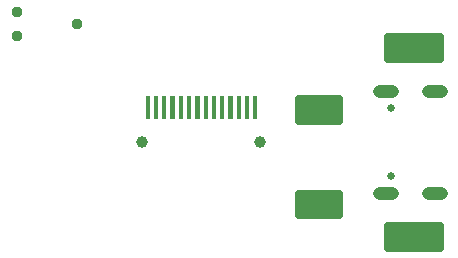
<source format=gbr>
G04 EAGLE Gerber RS-274X export*
G75*
%MOMM*%
%FSLAX34Y34*%
%LPD*%
%INSoldermask Bottom*%
%IPPOS*%
%AMOC8*
5,1,8,0,0,1.08239X$1,22.5*%
G01*
%ADD10C,0.070000*%
%ADD11C,1.000000*%
%ADD12C,0.950000*%
%ADD13C,1.108000*%
%ADD14C,0.650000*%
%ADD15C,0.500000*%
%ADD16C,0.508000*%


D10*
X-2100Y39650D02*
X-2100Y20350D01*
X-4900Y20350D01*
X-4900Y39650D01*
X-2100Y39650D01*
X-2100Y21015D02*
X-4900Y21015D01*
X-4900Y21680D02*
X-2100Y21680D01*
X-2100Y22345D02*
X-4900Y22345D01*
X-4900Y23010D02*
X-2100Y23010D01*
X-2100Y23675D02*
X-4900Y23675D01*
X-4900Y24340D02*
X-2100Y24340D01*
X-2100Y25005D02*
X-4900Y25005D01*
X-4900Y25670D02*
X-2100Y25670D01*
X-2100Y26335D02*
X-4900Y26335D01*
X-4900Y27000D02*
X-2100Y27000D01*
X-2100Y27665D02*
X-4900Y27665D01*
X-4900Y28330D02*
X-2100Y28330D01*
X-2100Y28995D02*
X-4900Y28995D01*
X-4900Y29660D02*
X-2100Y29660D01*
X-2100Y30325D02*
X-4900Y30325D01*
X-4900Y30990D02*
X-2100Y30990D01*
X-2100Y31655D02*
X-4900Y31655D01*
X-4900Y32320D02*
X-2100Y32320D01*
X-2100Y32985D02*
X-4900Y32985D01*
X-4900Y33650D02*
X-2100Y33650D01*
X-2100Y34315D02*
X-4900Y34315D01*
X-4900Y34980D02*
X-2100Y34980D01*
X-2100Y35645D02*
X-4900Y35645D01*
X-4900Y36310D02*
X-2100Y36310D01*
X-2100Y36975D02*
X-4900Y36975D01*
X-4900Y37640D02*
X-2100Y37640D01*
X-2100Y38305D02*
X-4900Y38305D01*
X-4900Y38970D02*
X-2100Y38970D01*
X-2100Y39635D02*
X-4900Y39635D01*
X4900Y39650D02*
X4900Y20350D01*
X2100Y20350D01*
X2100Y39650D01*
X4900Y39650D01*
X4900Y21015D02*
X2100Y21015D01*
X2100Y21680D02*
X4900Y21680D01*
X4900Y22345D02*
X2100Y22345D01*
X2100Y23010D02*
X4900Y23010D01*
X4900Y23675D02*
X2100Y23675D01*
X2100Y24340D02*
X4900Y24340D01*
X4900Y25005D02*
X2100Y25005D01*
X2100Y25670D02*
X4900Y25670D01*
X4900Y26335D02*
X2100Y26335D01*
X2100Y27000D02*
X4900Y27000D01*
X4900Y27665D02*
X2100Y27665D01*
X2100Y28330D02*
X4900Y28330D01*
X4900Y28995D02*
X2100Y28995D01*
X2100Y29660D02*
X4900Y29660D01*
X4900Y30325D02*
X2100Y30325D01*
X2100Y30990D02*
X4900Y30990D01*
X4900Y31655D02*
X2100Y31655D01*
X2100Y32320D02*
X4900Y32320D01*
X4900Y32985D02*
X2100Y32985D01*
X2100Y33650D02*
X4900Y33650D01*
X4900Y34315D02*
X2100Y34315D01*
X2100Y34980D02*
X4900Y34980D01*
X4900Y35645D02*
X2100Y35645D01*
X2100Y36310D02*
X4900Y36310D01*
X4900Y36975D02*
X2100Y36975D01*
X2100Y37640D02*
X4900Y37640D01*
X4900Y38305D02*
X2100Y38305D01*
X2100Y38970D02*
X4900Y38970D01*
X4900Y39635D02*
X2100Y39635D01*
X11900Y39650D02*
X11900Y20350D01*
X9100Y20350D01*
X9100Y39650D01*
X11900Y39650D01*
X11900Y21015D02*
X9100Y21015D01*
X9100Y21680D02*
X11900Y21680D01*
X11900Y22345D02*
X9100Y22345D01*
X9100Y23010D02*
X11900Y23010D01*
X11900Y23675D02*
X9100Y23675D01*
X9100Y24340D02*
X11900Y24340D01*
X11900Y25005D02*
X9100Y25005D01*
X9100Y25670D02*
X11900Y25670D01*
X11900Y26335D02*
X9100Y26335D01*
X9100Y27000D02*
X11900Y27000D01*
X11900Y27665D02*
X9100Y27665D01*
X9100Y28330D02*
X11900Y28330D01*
X11900Y28995D02*
X9100Y28995D01*
X9100Y29660D02*
X11900Y29660D01*
X11900Y30325D02*
X9100Y30325D01*
X9100Y30990D02*
X11900Y30990D01*
X11900Y31655D02*
X9100Y31655D01*
X9100Y32320D02*
X11900Y32320D01*
X11900Y32985D02*
X9100Y32985D01*
X9100Y33650D02*
X11900Y33650D01*
X11900Y34315D02*
X9100Y34315D01*
X9100Y34980D02*
X11900Y34980D01*
X11900Y35645D02*
X9100Y35645D01*
X9100Y36310D02*
X11900Y36310D01*
X11900Y36975D02*
X9100Y36975D01*
X9100Y37640D02*
X11900Y37640D01*
X11900Y38305D02*
X9100Y38305D01*
X9100Y38970D02*
X11900Y38970D01*
X11900Y39635D02*
X9100Y39635D01*
X18900Y39650D02*
X18900Y20350D01*
X16100Y20350D01*
X16100Y39650D01*
X18900Y39650D01*
X18900Y21015D02*
X16100Y21015D01*
X16100Y21680D02*
X18900Y21680D01*
X18900Y22345D02*
X16100Y22345D01*
X16100Y23010D02*
X18900Y23010D01*
X18900Y23675D02*
X16100Y23675D01*
X16100Y24340D02*
X18900Y24340D01*
X18900Y25005D02*
X16100Y25005D01*
X16100Y25670D02*
X18900Y25670D01*
X18900Y26335D02*
X16100Y26335D01*
X16100Y27000D02*
X18900Y27000D01*
X18900Y27665D02*
X16100Y27665D01*
X16100Y28330D02*
X18900Y28330D01*
X18900Y28995D02*
X16100Y28995D01*
X16100Y29660D02*
X18900Y29660D01*
X18900Y30325D02*
X16100Y30325D01*
X16100Y30990D02*
X18900Y30990D01*
X18900Y31655D02*
X16100Y31655D01*
X16100Y32320D02*
X18900Y32320D01*
X18900Y32985D02*
X16100Y32985D01*
X16100Y33650D02*
X18900Y33650D01*
X18900Y34315D02*
X16100Y34315D01*
X16100Y34980D02*
X18900Y34980D01*
X18900Y35645D02*
X16100Y35645D01*
X16100Y36310D02*
X18900Y36310D01*
X18900Y36975D02*
X16100Y36975D01*
X16100Y37640D02*
X18900Y37640D01*
X18900Y38305D02*
X16100Y38305D01*
X16100Y38970D02*
X18900Y38970D01*
X18900Y39635D02*
X16100Y39635D01*
X25900Y39650D02*
X25900Y20350D01*
X23100Y20350D01*
X23100Y39650D01*
X25900Y39650D01*
X25900Y21015D02*
X23100Y21015D01*
X23100Y21680D02*
X25900Y21680D01*
X25900Y22345D02*
X23100Y22345D01*
X23100Y23010D02*
X25900Y23010D01*
X25900Y23675D02*
X23100Y23675D01*
X23100Y24340D02*
X25900Y24340D01*
X25900Y25005D02*
X23100Y25005D01*
X23100Y25670D02*
X25900Y25670D01*
X25900Y26335D02*
X23100Y26335D01*
X23100Y27000D02*
X25900Y27000D01*
X25900Y27665D02*
X23100Y27665D01*
X23100Y28330D02*
X25900Y28330D01*
X25900Y28995D02*
X23100Y28995D01*
X23100Y29660D02*
X25900Y29660D01*
X25900Y30325D02*
X23100Y30325D01*
X23100Y30990D02*
X25900Y30990D01*
X25900Y31655D02*
X23100Y31655D01*
X23100Y32320D02*
X25900Y32320D01*
X25900Y32985D02*
X23100Y32985D01*
X23100Y33650D02*
X25900Y33650D01*
X25900Y34315D02*
X23100Y34315D01*
X23100Y34980D02*
X25900Y34980D01*
X25900Y35645D02*
X23100Y35645D01*
X23100Y36310D02*
X25900Y36310D01*
X25900Y36975D02*
X23100Y36975D01*
X23100Y37640D02*
X25900Y37640D01*
X25900Y38305D02*
X23100Y38305D01*
X23100Y38970D02*
X25900Y38970D01*
X25900Y39635D02*
X23100Y39635D01*
X32900Y39650D02*
X32900Y20350D01*
X30100Y20350D01*
X30100Y39650D01*
X32900Y39650D01*
X32900Y21015D02*
X30100Y21015D01*
X30100Y21680D02*
X32900Y21680D01*
X32900Y22345D02*
X30100Y22345D01*
X30100Y23010D02*
X32900Y23010D01*
X32900Y23675D02*
X30100Y23675D01*
X30100Y24340D02*
X32900Y24340D01*
X32900Y25005D02*
X30100Y25005D01*
X30100Y25670D02*
X32900Y25670D01*
X32900Y26335D02*
X30100Y26335D01*
X30100Y27000D02*
X32900Y27000D01*
X32900Y27665D02*
X30100Y27665D01*
X30100Y28330D02*
X32900Y28330D01*
X32900Y28995D02*
X30100Y28995D01*
X30100Y29660D02*
X32900Y29660D01*
X32900Y30325D02*
X30100Y30325D01*
X30100Y30990D02*
X32900Y30990D01*
X32900Y31655D02*
X30100Y31655D01*
X30100Y32320D02*
X32900Y32320D01*
X32900Y32985D02*
X30100Y32985D01*
X30100Y33650D02*
X32900Y33650D01*
X32900Y34315D02*
X30100Y34315D01*
X30100Y34980D02*
X32900Y34980D01*
X32900Y35645D02*
X30100Y35645D01*
X30100Y36310D02*
X32900Y36310D01*
X32900Y36975D02*
X30100Y36975D01*
X30100Y37640D02*
X32900Y37640D01*
X32900Y38305D02*
X30100Y38305D01*
X30100Y38970D02*
X32900Y38970D01*
X32900Y39635D02*
X30100Y39635D01*
X39900Y39650D02*
X39900Y20350D01*
X37100Y20350D01*
X37100Y39650D01*
X39900Y39650D01*
X39900Y21015D02*
X37100Y21015D01*
X37100Y21680D02*
X39900Y21680D01*
X39900Y22345D02*
X37100Y22345D01*
X37100Y23010D02*
X39900Y23010D01*
X39900Y23675D02*
X37100Y23675D01*
X37100Y24340D02*
X39900Y24340D01*
X39900Y25005D02*
X37100Y25005D01*
X37100Y25670D02*
X39900Y25670D01*
X39900Y26335D02*
X37100Y26335D01*
X37100Y27000D02*
X39900Y27000D01*
X39900Y27665D02*
X37100Y27665D01*
X37100Y28330D02*
X39900Y28330D01*
X39900Y28995D02*
X37100Y28995D01*
X37100Y29660D02*
X39900Y29660D01*
X39900Y30325D02*
X37100Y30325D01*
X37100Y30990D02*
X39900Y30990D01*
X39900Y31655D02*
X37100Y31655D01*
X37100Y32320D02*
X39900Y32320D01*
X39900Y32985D02*
X37100Y32985D01*
X37100Y33650D02*
X39900Y33650D01*
X39900Y34315D02*
X37100Y34315D01*
X37100Y34980D02*
X39900Y34980D01*
X39900Y35645D02*
X37100Y35645D01*
X37100Y36310D02*
X39900Y36310D01*
X39900Y36975D02*
X37100Y36975D01*
X37100Y37640D02*
X39900Y37640D01*
X39900Y38305D02*
X37100Y38305D01*
X37100Y38970D02*
X39900Y38970D01*
X39900Y39635D02*
X37100Y39635D01*
X46900Y39650D02*
X46900Y20350D01*
X44100Y20350D01*
X44100Y39650D01*
X46900Y39650D01*
X46900Y21015D02*
X44100Y21015D01*
X44100Y21680D02*
X46900Y21680D01*
X46900Y22345D02*
X44100Y22345D01*
X44100Y23010D02*
X46900Y23010D01*
X46900Y23675D02*
X44100Y23675D01*
X44100Y24340D02*
X46900Y24340D01*
X46900Y25005D02*
X44100Y25005D01*
X44100Y25670D02*
X46900Y25670D01*
X46900Y26335D02*
X44100Y26335D01*
X44100Y27000D02*
X46900Y27000D01*
X46900Y27665D02*
X44100Y27665D01*
X44100Y28330D02*
X46900Y28330D01*
X46900Y28995D02*
X44100Y28995D01*
X44100Y29660D02*
X46900Y29660D01*
X46900Y30325D02*
X44100Y30325D01*
X44100Y30990D02*
X46900Y30990D01*
X46900Y31655D02*
X44100Y31655D01*
X44100Y32320D02*
X46900Y32320D01*
X46900Y32985D02*
X44100Y32985D01*
X44100Y33650D02*
X46900Y33650D01*
X46900Y34315D02*
X44100Y34315D01*
X44100Y34980D02*
X46900Y34980D01*
X46900Y35645D02*
X44100Y35645D01*
X44100Y36310D02*
X46900Y36310D01*
X46900Y36975D02*
X44100Y36975D01*
X44100Y37640D02*
X46900Y37640D01*
X46900Y38305D02*
X44100Y38305D01*
X44100Y38970D02*
X46900Y38970D01*
X46900Y39635D02*
X44100Y39635D01*
X-9100Y39650D02*
X-9100Y20350D01*
X-11900Y20350D01*
X-11900Y39650D01*
X-9100Y39650D01*
X-9100Y21015D02*
X-11900Y21015D01*
X-11900Y21680D02*
X-9100Y21680D01*
X-9100Y22345D02*
X-11900Y22345D01*
X-11900Y23010D02*
X-9100Y23010D01*
X-9100Y23675D02*
X-11900Y23675D01*
X-11900Y24340D02*
X-9100Y24340D01*
X-9100Y25005D02*
X-11900Y25005D01*
X-11900Y25670D02*
X-9100Y25670D01*
X-9100Y26335D02*
X-11900Y26335D01*
X-11900Y27000D02*
X-9100Y27000D01*
X-9100Y27665D02*
X-11900Y27665D01*
X-11900Y28330D02*
X-9100Y28330D01*
X-9100Y28995D02*
X-11900Y28995D01*
X-11900Y29660D02*
X-9100Y29660D01*
X-9100Y30325D02*
X-11900Y30325D01*
X-11900Y30990D02*
X-9100Y30990D01*
X-9100Y31655D02*
X-11900Y31655D01*
X-11900Y32320D02*
X-9100Y32320D01*
X-9100Y32985D02*
X-11900Y32985D01*
X-11900Y33650D02*
X-9100Y33650D01*
X-9100Y34315D02*
X-11900Y34315D01*
X-11900Y34980D02*
X-9100Y34980D01*
X-9100Y35645D02*
X-11900Y35645D01*
X-11900Y36310D02*
X-9100Y36310D01*
X-9100Y36975D02*
X-11900Y36975D01*
X-11900Y37640D02*
X-9100Y37640D01*
X-9100Y38305D02*
X-11900Y38305D01*
X-11900Y38970D02*
X-9100Y38970D01*
X-9100Y39635D02*
X-11900Y39635D01*
X-16100Y39650D02*
X-16100Y20350D01*
X-18900Y20350D01*
X-18900Y39650D01*
X-16100Y39650D01*
X-16100Y21015D02*
X-18900Y21015D01*
X-18900Y21680D02*
X-16100Y21680D01*
X-16100Y22345D02*
X-18900Y22345D01*
X-18900Y23010D02*
X-16100Y23010D01*
X-16100Y23675D02*
X-18900Y23675D01*
X-18900Y24340D02*
X-16100Y24340D01*
X-16100Y25005D02*
X-18900Y25005D01*
X-18900Y25670D02*
X-16100Y25670D01*
X-16100Y26335D02*
X-18900Y26335D01*
X-18900Y27000D02*
X-16100Y27000D01*
X-16100Y27665D02*
X-18900Y27665D01*
X-18900Y28330D02*
X-16100Y28330D01*
X-16100Y28995D02*
X-18900Y28995D01*
X-18900Y29660D02*
X-16100Y29660D01*
X-16100Y30325D02*
X-18900Y30325D01*
X-18900Y30990D02*
X-16100Y30990D01*
X-16100Y31655D02*
X-18900Y31655D01*
X-18900Y32320D02*
X-16100Y32320D01*
X-16100Y32985D02*
X-18900Y32985D01*
X-18900Y33650D02*
X-16100Y33650D01*
X-16100Y34315D02*
X-18900Y34315D01*
X-18900Y34980D02*
X-16100Y34980D01*
X-16100Y35645D02*
X-18900Y35645D01*
X-18900Y36310D02*
X-16100Y36310D01*
X-16100Y36975D02*
X-18900Y36975D01*
X-18900Y37640D02*
X-16100Y37640D01*
X-16100Y38305D02*
X-18900Y38305D01*
X-18900Y38970D02*
X-16100Y38970D01*
X-16100Y39635D02*
X-18900Y39635D01*
X-23100Y39650D02*
X-23100Y20350D01*
X-25900Y20350D01*
X-25900Y39650D01*
X-23100Y39650D01*
X-23100Y21015D02*
X-25900Y21015D01*
X-25900Y21680D02*
X-23100Y21680D01*
X-23100Y22345D02*
X-25900Y22345D01*
X-25900Y23010D02*
X-23100Y23010D01*
X-23100Y23675D02*
X-25900Y23675D01*
X-25900Y24340D02*
X-23100Y24340D01*
X-23100Y25005D02*
X-25900Y25005D01*
X-25900Y25670D02*
X-23100Y25670D01*
X-23100Y26335D02*
X-25900Y26335D01*
X-25900Y27000D02*
X-23100Y27000D01*
X-23100Y27665D02*
X-25900Y27665D01*
X-25900Y28330D02*
X-23100Y28330D01*
X-23100Y28995D02*
X-25900Y28995D01*
X-25900Y29660D02*
X-23100Y29660D01*
X-23100Y30325D02*
X-25900Y30325D01*
X-25900Y30990D02*
X-23100Y30990D01*
X-23100Y31655D02*
X-25900Y31655D01*
X-25900Y32320D02*
X-23100Y32320D01*
X-23100Y32985D02*
X-25900Y32985D01*
X-25900Y33650D02*
X-23100Y33650D01*
X-23100Y34315D02*
X-25900Y34315D01*
X-25900Y34980D02*
X-23100Y34980D01*
X-23100Y35645D02*
X-25900Y35645D01*
X-25900Y36310D02*
X-23100Y36310D01*
X-23100Y36975D02*
X-25900Y36975D01*
X-25900Y37640D02*
X-23100Y37640D01*
X-23100Y38305D02*
X-25900Y38305D01*
X-25900Y38970D02*
X-23100Y38970D01*
X-23100Y39635D02*
X-25900Y39635D01*
X-30100Y39650D02*
X-30100Y20350D01*
X-32900Y20350D01*
X-32900Y39650D01*
X-30100Y39650D01*
X-30100Y21015D02*
X-32900Y21015D01*
X-32900Y21680D02*
X-30100Y21680D01*
X-30100Y22345D02*
X-32900Y22345D01*
X-32900Y23010D02*
X-30100Y23010D01*
X-30100Y23675D02*
X-32900Y23675D01*
X-32900Y24340D02*
X-30100Y24340D01*
X-30100Y25005D02*
X-32900Y25005D01*
X-32900Y25670D02*
X-30100Y25670D01*
X-30100Y26335D02*
X-32900Y26335D01*
X-32900Y27000D02*
X-30100Y27000D01*
X-30100Y27665D02*
X-32900Y27665D01*
X-32900Y28330D02*
X-30100Y28330D01*
X-30100Y28995D02*
X-32900Y28995D01*
X-32900Y29660D02*
X-30100Y29660D01*
X-30100Y30325D02*
X-32900Y30325D01*
X-32900Y30990D02*
X-30100Y30990D01*
X-30100Y31655D02*
X-32900Y31655D01*
X-32900Y32320D02*
X-30100Y32320D01*
X-30100Y32985D02*
X-32900Y32985D01*
X-32900Y33650D02*
X-30100Y33650D01*
X-30100Y34315D02*
X-32900Y34315D01*
X-32900Y34980D02*
X-30100Y34980D01*
X-30100Y35645D02*
X-32900Y35645D01*
X-32900Y36310D02*
X-30100Y36310D01*
X-30100Y36975D02*
X-32900Y36975D01*
X-32900Y37640D02*
X-30100Y37640D01*
X-30100Y38305D02*
X-32900Y38305D01*
X-32900Y38970D02*
X-30100Y38970D01*
X-30100Y39635D02*
X-32900Y39635D01*
X-37100Y39650D02*
X-37100Y20350D01*
X-39900Y20350D01*
X-39900Y39650D01*
X-37100Y39650D01*
X-37100Y21015D02*
X-39900Y21015D01*
X-39900Y21680D02*
X-37100Y21680D01*
X-37100Y22345D02*
X-39900Y22345D01*
X-39900Y23010D02*
X-37100Y23010D01*
X-37100Y23675D02*
X-39900Y23675D01*
X-39900Y24340D02*
X-37100Y24340D01*
X-37100Y25005D02*
X-39900Y25005D01*
X-39900Y25670D02*
X-37100Y25670D01*
X-37100Y26335D02*
X-39900Y26335D01*
X-39900Y27000D02*
X-37100Y27000D01*
X-37100Y27665D02*
X-39900Y27665D01*
X-39900Y28330D02*
X-37100Y28330D01*
X-37100Y28995D02*
X-39900Y28995D01*
X-39900Y29660D02*
X-37100Y29660D01*
X-37100Y30325D02*
X-39900Y30325D01*
X-39900Y30990D02*
X-37100Y30990D01*
X-37100Y31655D02*
X-39900Y31655D01*
X-39900Y32320D02*
X-37100Y32320D01*
X-37100Y32985D02*
X-39900Y32985D01*
X-39900Y33650D02*
X-37100Y33650D01*
X-37100Y34315D02*
X-39900Y34315D01*
X-39900Y34980D02*
X-37100Y34980D01*
X-37100Y35645D02*
X-39900Y35645D01*
X-39900Y36310D02*
X-37100Y36310D01*
X-37100Y36975D02*
X-39900Y36975D01*
X-39900Y37640D02*
X-37100Y37640D01*
X-37100Y38305D02*
X-39900Y38305D01*
X-39900Y38970D02*
X-37100Y38970D01*
X-37100Y39635D02*
X-39900Y39635D01*
X-44100Y39650D02*
X-44100Y20350D01*
X-46900Y20350D01*
X-46900Y39650D01*
X-44100Y39650D01*
X-44100Y21015D02*
X-46900Y21015D01*
X-46900Y21680D02*
X-44100Y21680D01*
X-44100Y22345D02*
X-46900Y22345D01*
X-46900Y23010D02*
X-44100Y23010D01*
X-44100Y23675D02*
X-46900Y23675D01*
X-46900Y24340D02*
X-44100Y24340D01*
X-44100Y25005D02*
X-46900Y25005D01*
X-46900Y25670D02*
X-44100Y25670D01*
X-44100Y26335D02*
X-46900Y26335D01*
X-46900Y27000D02*
X-44100Y27000D01*
X-44100Y27665D02*
X-46900Y27665D01*
X-46900Y28330D02*
X-44100Y28330D01*
X-44100Y28995D02*
X-46900Y28995D01*
X-46900Y29660D02*
X-44100Y29660D01*
X-44100Y30325D02*
X-46900Y30325D01*
X-46900Y30990D02*
X-44100Y30990D01*
X-44100Y31655D02*
X-46900Y31655D01*
X-46900Y32320D02*
X-44100Y32320D01*
X-44100Y32985D02*
X-46900Y32985D01*
X-46900Y33650D02*
X-44100Y33650D01*
X-44100Y34315D02*
X-46900Y34315D01*
X-46900Y34980D02*
X-44100Y34980D01*
X-44100Y35645D02*
X-46900Y35645D01*
X-46900Y36310D02*
X-44100Y36310D01*
X-44100Y36975D02*
X-46900Y36975D01*
X-46900Y37640D02*
X-44100Y37640D01*
X-44100Y38305D02*
X-46900Y38305D01*
X-46900Y38970D02*
X-44100Y38970D01*
X-44100Y39635D02*
X-46900Y39635D01*
D11*
X50000Y0D03*
X-50000Y0D03*
D12*
X-105410Y100330D03*
X-156210Y110490D03*
X-156210Y90170D03*
D13*
X150670Y-43200D02*
X161750Y-43200D01*
X161750Y43200D02*
X150670Y43200D01*
X192170Y43200D02*
X203250Y43200D01*
X203250Y-43200D02*
X192170Y-43200D01*
D14*
X161210Y28900D03*
X161210Y-28900D03*
D15*
X82500Y-42700D02*
X82500Y-62700D01*
X82500Y-42700D02*
X117500Y-42700D01*
X117500Y-62700D01*
X82500Y-62700D01*
X82500Y-57950D02*
X117500Y-57950D01*
X117500Y-53200D02*
X82500Y-53200D01*
X82500Y-48450D02*
X117500Y-48450D01*
X117500Y-43700D02*
X82500Y-43700D01*
X82500Y17300D02*
X82500Y37300D01*
X117500Y37300D01*
X117500Y17300D01*
X82500Y17300D01*
X82500Y22050D02*
X117500Y22050D01*
X117500Y26800D02*
X82500Y26800D01*
X82500Y31550D02*
X117500Y31550D01*
X117500Y36300D02*
X82500Y36300D01*
D16*
X157140Y-69840D02*
X157140Y-90160D01*
X157140Y-69840D02*
X202860Y-69840D01*
X202860Y-90160D01*
X157140Y-90160D01*
X157140Y-85334D02*
X202860Y-85334D01*
X202860Y-80508D02*
X157140Y-80508D01*
X157140Y-75682D02*
X202860Y-75682D01*
X202860Y-70856D02*
X157140Y-70856D01*
X157140Y69840D02*
X157140Y90160D01*
X202860Y90160D01*
X202860Y69840D01*
X157140Y69840D01*
X157140Y74666D02*
X202860Y74666D01*
X202860Y79492D02*
X157140Y79492D01*
X157140Y84318D02*
X202860Y84318D01*
X202860Y89144D02*
X157140Y89144D01*
M02*

</source>
